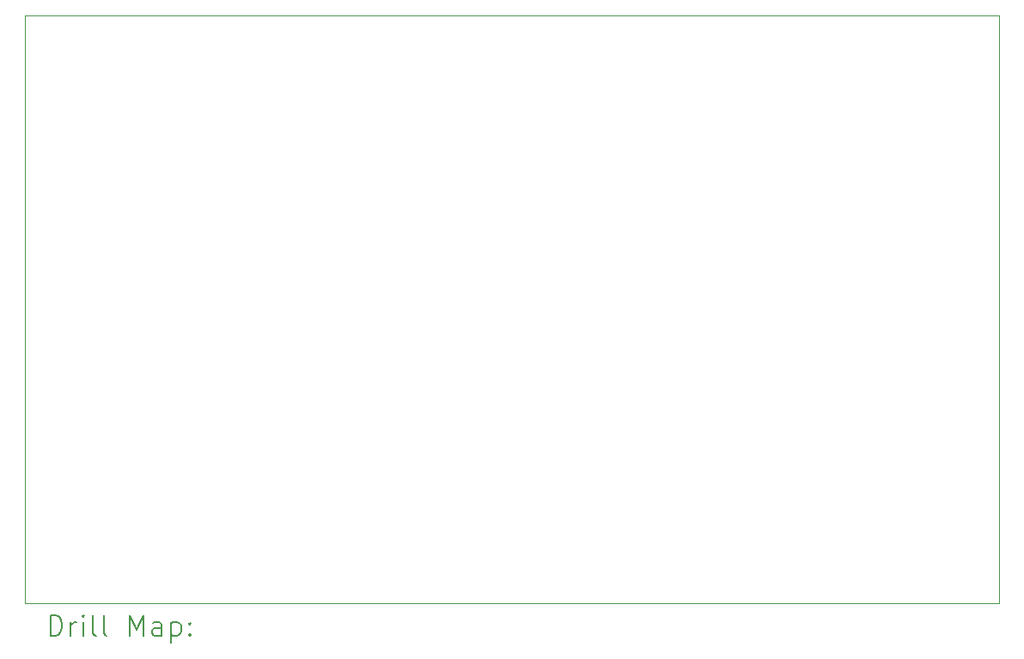
<source format=gbr>
%FSLAX45Y45*%
G04 Gerber Fmt 4.5, Leading zero omitted, Abs format (unit mm)*
G04 Created by KiCad (PCBNEW (6.0.1)) date 2023-03-29 19:46:21*
%MOMM*%
%LPD*%
G01*
G04 APERTURE LIST*
%TA.AperFunction,Profile*%
%ADD10C,0.100000*%
%TD*%
%ADD11C,0.200000*%
G04 APERTURE END LIST*
D10*
X7550000Y-9300000D02*
X7550000Y-3500000D01*
X17150000Y-3500000D02*
X17150000Y-9300000D01*
X7550000Y-3500000D02*
X17150000Y-3500000D01*
X17150000Y-9300000D02*
X7550000Y-9300000D01*
D11*
X7802619Y-9615476D02*
X7802619Y-9415476D01*
X7850238Y-9415476D01*
X7878809Y-9425000D01*
X7897857Y-9444048D01*
X7907381Y-9463095D01*
X7916905Y-9501190D01*
X7916905Y-9529762D01*
X7907381Y-9567857D01*
X7897857Y-9586905D01*
X7878809Y-9605952D01*
X7850238Y-9615476D01*
X7802619Y-9615476D01*
X8002619Y-9615476D02*
X8002619Y-9482143D01*
X8002619Y-9520238D02*
X8012143Y-9501190D01*
X8021667Y-9491667D01*
X8040714Y-9482143D01*
X8059762Y-9482143D01*
X8126428Y-9615476D02*
X8126428Y-9482143D01*
X8126428Y-9415476D02*
X8116905Y-9425000D01*
X8126428Y-9434524D01*
X8135952Y-9425000D01*
X8126428Y-9415476D01*
X8126428Y-9434524D01*
X8250238Y-9615476D02*
X8231190Y-9605952D01*
X8221667Y-9586905D01*
X8221667Y-9415476D01*
X8355000Y-9615476D02*
X8335952Y-9605952D01*
X8326428Y-9586905D01*
X8326428Y-9415476D01*
X8583571Y-9615476D02*
X8583571Y-9415476D01*
X8650238Y-9558333D01*
X8716905Y-9415476D01*
X8716905Y-9615476D01*
X8897857Y-9615476D02*
X8897857Y-9510714D01*
X8888333Y-9491667D01*
X8869286Y-9482143D01*
X8831190Y-9482143D01*
X8812143Y-9491667D01*
X8897857Y-9605952D02*
X8878810Y-9615476D01*
X8831190Y-9615476D01*
X8812143Y-9605952D01*
X8802619Y-9586905D01*
X8802619Y-9567857D01*
X8812143Y-9548810D01*
X8831190Y-9539286D01*
X8878810Y-9539286D01*
X8897857Y-9529762D01*
X8993095Y-9482143D02*
X8993095Y-9682143D01*
X8993095Y-9491667D02*
X9012143Y-9482143D01*
X9050238Y-9482143D01*
X9069286Y-9491667D01*
X9078810Y-9501190D01*
X9088333Y-9520238D01*
X9088333Y-9577381D01*
X9078810Y-9596429D01*
X9069286Y-9605952D01*
X9050238Y-9615476D01*
X9012143Y-9615476D01*
X8993095Y-9605952D01*
X9174048Y-9596429D02*
X9183571Y-9605952D01*
X9174048Y-9615476D01*
X9164524Y-9605952D01*
X9174048Y-9596429D01*
X9174048Y-9615476D01*
X9174048Y-9491667D02*
X9183571Y-9501190D01*
X9174048Y-9510714D01*
X9164524Y-9501190D01*
X9174048Y-9491667D01*
X9174048Y-9510714D01*
M02*

</source>
